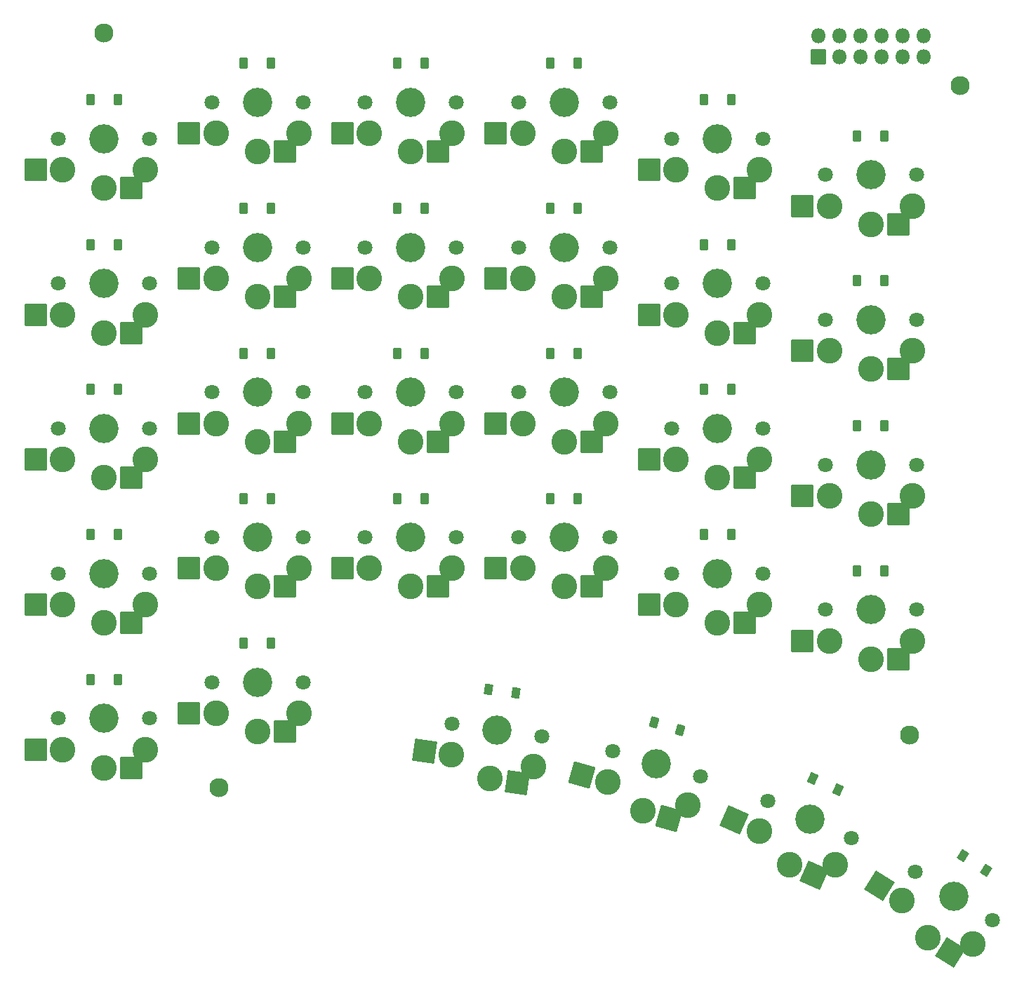
<source format=gbr>
%TF.GenerationSoftware,KiCad,Pcbnew,8.0.3*%
%TF.CreationDate,2024-06-13T00:20:47+02:00*%
%TF.ProjectId,protoeepyboard,70726f74-6f65-4657-9079-626f6172642e,1.0*%
%TF.SameCoordinates,Original*%
%TF.FileFunction,Soldermask,Bot*%
%TF.FilePolarity,Negative*%
%FSLAX46Y46*%
G04 Gerber Fmt 4.6, Leading zero omitted, Abs format (unit mm)*
G04 Created by KiCad (PCBNEW 8.0.3) date 2024-06-13 00:20:47*
%MOMM*%
%LPD*%
G01*
G04 APERTURE LIST*
G04 Aperture macros list*
%AMRoundRect*
0 Rectangle with rounded corners*
0 $1 Rounding radius*
0 $2 $3 $4 $5 $6 $7 $8 $9 X,Y pos of 4 corners*
0 Add a 4 corners polygon primitive as box body*
4,1,4,$2,$3,$4,$5,$6,$7,$8,$9,$2,$3,0*
0 Add four circle primitives for the rounded corners*
1,1,$1+$1,$2,$3*
1,1,$1+$1,$4,$5*
1,1,$1+$1,$6,$7*
1,1,$1+$1,$8,$9*
0 Add four rect primitives between the rounded corners*
20,1,$1+$1,$2,$3,$4,$5,0*
20,1,$1+$1,$4,$5,$6,$7,0*
20,1,$1+$1,$6,$7,$8,$9,0*
20,1,$1+$1,$8,$9,$2,$3,0*%
G04 Aperture macros list end*
%ADD10RoundRect,0.050000X0.450000X0.600000X-0.450000X0.600000X-0.450000X-0.600000X0.450000X-0.600000X0*%
%ADD11RoundRect,0.050000X1.300000X1.300000X-1.300000X1.300000X-1.300000X-1.300000X1.300000X-1.300000X0*%
%ADD12C,1.801800*%
%ADD13C,3.100000*%
%ADD14C,3.529000*%
%ADD15C,2.300000*%
%ADD16RoundRect,0.050000X0.655137X0.365096X-0.167053X0.731159X-0.655137X-0.365096X0.167053X-0.731159X0*%
%ADD17O,1.800000X1.800000*%
%ADD18RoundRect,0.050000X0.850000X-0.850000X0.850000X0.850000X-0.850000X0.850000X-0.850000X-0.850000X0*%
%ADD19RoundRect,0.050000X1.791358X0.413567X-0.413567X1.791358X-1.791358X-0.413567X0.413567X-1.791358X0*%
%ADD20RoundRect,0.050000X0.699573X0.270365X-0.063670X0.747293X-0.699573X-0.270365X0.063670X-0.747293X0*%
%ADD21RoundRect,0.050000X0.597950X0.452720X-0.267185X0.700794X-0.597950X-0.452720X0.267185X-0.700794X0*%
%ADD22RoundRect,0.050000X1.607969X0.891312X-0.891312X1.607969X-1.607969X-0.891312X0.891312X-1.607969X0*%
%ADD23RoundRect,0.050000X0.529124X0.531533X-0.362117X0.656789X-0.529124X-0.531533X0.362117X-0.656789X0*%
%ADD24RoundRect,0.050000X1.716367X0.658851X-0.658851X1.716367X-1.716367X-0.658851X0.658851X-1.716367X0*%
%ADD25RoundRect,0.050000X1.468274X1.106423X-1.106423X1.468274X-1.468274X-1.106423X1.106423X-1.468274X0*%
G04 APERTURE END LIST*
D10*
%TO.C,D23*%
X184175480Y-128090167D03*
X180875480Y-128090167D03*
%TD*%
%TO.C,D19*%
X165675484Y-123715163D03*
X162375484Y-123715163D03*
%TD*%
D11*
%TO.C,S24*%
X174250484Y-119040165D03*
X185800484Y-121240165D03*
D12*
X177025484Y-115290165D03*
D13*
X177525484Y-119040163D03*
D14*
X182525484Y-115290165D03*
D13*
X182525484Y-121240165D03*
X182525484Y-121240165D03*
X187525483Y-119040165D03*
D12*
X188025484Y-115290165D03*
%TD*%
D11*
%TO.C,S13*%
X118750479Y-92790168D03*
X130300479Y-94990168D03*
D12*
X121525479Y-89040168D03*
D13*
X122025479Y-92790166D03*
D14*
X127025479Y-89040168D03*
D13*
X127025479Y-94990168D03*
X127025479Y-94990168D03*
X132025478Y-92790168D03*
D12*
X132525479Y-89040168D03*
%TD*%
D10*
%TO.C,D21*%
X165675480Y-88715166D03*
X162375480Y-88715166D03*
%TD*%
D11*
%TO.C,S26*%
X174250483Y-84040161D03*
X185800483Y-86240161D03*
D12*
X177025483Y-80290161D03*
D13*
X177525483Y-84040159D03*
D14*
X182525483Y-80290161D03*
D13*
X182525483Y-86240161D03*
X182525483Y-86240161D03*
X187525482Y-84040161D03*
D12*
X188025483Y-80290161D03*
%TD*%
D11*
%TO.C,S14*%
X118750485Y-75290169D03*
X130300485Y-77490169D03*
D12*
X121525485Y-71540169D03*
D13*
X122025485Y-75290167D03*
D14*
X127025485Y-71540169D03*
D13*
X127025485Y-77490169D03*
X127025485Y-77490169D03*
X132025484Y-75290169D03*
D12*
X132525485Y-71540169D03*
%TD*%
D11*
%TO.C,S17*%
X137250478Y-92790166D03*
X148800478Y-94990166D03*
D12*
X140025478Y-89040166D03*
D13*
X140525478Y-92790164D03*
D14*
X145525478Y-89040166D03*
D13*
X145525478Y-94990166D03*
X145525478Y-94990166D03*
X150525477Y-92790166D03*
D12*
X151025478Y-89040166D03*
%TD*%
D10*
%TO.C,D11*%
X128675487Y-119340168D03*
X125375487Y-119340168D03*
%TD*%
%TO.C,D3*%
X91675480Y-106215168D03*
X88375480Y-106215168D03*
%TD*%
%TO.C,D15*%
X147175483Y-119340166D03*
X143875483Y-119340166D03*
%TD*%
%TO.C,D1*%
X91675486Y-141215163D03*
X88375486Y-141215163D03*
%TD*%
%TO.C,D5*%
X91675478Y-71215165D03*
X88375478Y-71215165D03*
%TD*%
%TO.C,D17*%
X147175482Y-84340166D03*
X143875482Y-84340166D03*
%TD*%
D11*
%TO.C,S20*%
X155750480Y-114665163D03*
X167300480Y-116865163D03*
D12*
X158525480Y-110915163D03*
D13*
X159025480Y-114665161D03*
D14*
X164025480Y-110915163D03*
D13*
X164025480Y-116865163D03*
X164025480Y-116865163D03*
X169025479Y-114665163D03*
D12*
X169525480Y-110915163D03*
%TD*%
D10*
%TO.C,D24*%
X184175481Y-110590164D03*
X180875481Y-110590164D03*
%TD*%
D15*
%TO.C,_2*%
X193275486Y-69540166D03*
%TD*%
D11*
%TO.C,S23*%
X174250484Y-136540170D03*
X185800484Y-138740170D03*
D12*
X177025484Y-132790170D03*
D13*
X177525484Y-136540168D03*
D14*
X182525484Y-132790170D03*
D13*
X182525484Y-138740170D03*
X182525484Y-138740170D03*
X187525483Y-136540170D03*
D12*
X188025484Y-132790170D03*
%TD*%
D10*
%TO.C,D4*%
X91675480Y-88715167D03*
X88375480Y-88715167D03*
%TD*%
D11*
%TO.C,S25*%
X174250483Y-101540165D03*
X185800483Y-103740165D03*
D12*
X177025483Y-97790165D03*
D13*
X177525483Y-101540163D03*
D14*
X182525483Y-97790165D03*
D13*
X182525483Y-103740165D03*
X182525483Y-103740165D03*
X187525482Y-101540165D03*
D12*
X188025483Y-97790165D03*
%TD*%
D15*
%TO.C,_1*%
X90025481Y-63165161D03*
%TD*%
D10*
%TO.C,D8*%
X110175484Y-101840164D03*
X106875484Y-101840164D03*
%TD*%
D11*
%TO.C,S18*%
X137250484Y-75290161D03*
X148800484Y-77490161D03*
D12*
X140025484Y-71540161D03*
D13*
X140525484Y-75290159D03*
D14*
X145525484Y-71540161D03*
D13*
X145525484Y-77490161D03*
X145525484Y-77490161D03*
X150525483Y-75290161D03*
D12*
X151025484Y-71540161D03*
%TD*%
D10*
%TO.C,D26*%
X184175481Y-75590168D03*
X180875481Y-75590168D03*
%TD*%
%TO.C,D13*%
X128675484Y-84340164D03*
X125375484Y-84340164D03*
%TD*%
D11*
%TO.C,S7*%
X100250484Y-127790168D03*
X111800484Y-129990168D03*
D12*
X103025484Y-124040168D03*
D13*
X103525484Y-127790166D03*
D14*
X108525484Y-124040168D03*
D13*
X108525484Y-129990168D03*
X108525484Y-129990168D03*
X113525483Y-127790168D03*
D12*
X114025484Y-124040168D03*
%TD*%
D11*
%TO.C,S1*%
X81750478Y-149665165D03*
X93300478Y-151865165D03*
D12*
X84525478Y-145915165D03*
D13*
X85025478Y-149665163D03*
D14*
X90025478Y-145915165D03*
D13*
X90025478Y-151865165D03*
X90025478Y-151865165D03*
X95025477Y-149665165D03*
D12*
X95525478Y-145915165D03*
%TD*%
D15*
%TO.C,_4*%
X187150479Y-147915166D03*
%TD*%
D11*
%TO.C,S8*%
X100250480Y-110290167D03*
X111800480Y-112490167D03*
D12*
X103025480Y-106540167D03*
D13*
X103525480Y-110290165D03*
D14*
X108525480Y-106540167D03*
D13*
X108525480Y-112490167D03*
X108525480Y-112490167D03*
X113525479Y-110290167D03*
D12*
X114025480Y-106540167D03*
%TD*%
D11*
%TO.C,S15*%
X137250482Y-127790168D03*
X148800482Y-129990168D03*
D12*
X140025482Y-124040168D03*
D13*
X140525482Y-127790166D03*
D14*
X145525482Y-124040168D03*
D13*
X145525482Y-129990168D03*
X145525482Y-129990168D03*
X150525481Y-127790168D03*
D12*
X151025482Y-124040168D03*
%TD*%
D11*
%TO.C,S10*%
X100250480Y-75290159D03*
X111800480Y-77490159D03*
D12*
X103025480Y-71540159D03*
D13*
X103525480Y-75290157D03*
D14*
X108525480Y-71540159D03*
D13*
X108525480Y-77490159D03*
X108525480Y-77490159D03*
X113525479Y-75290159D03*
D12*
X114025480Y-71540159D03*
%TD*%
D16*
%TO.C,D29*%
X178557039Y-154485401D03*
X175542339Y-153143171D03*
%TD*%
D10*
%TO.C,D16*%
X147175482Y-101840166D03*
X143875482Y-101840166D03*
%TD*%
D17*
%TO.C,J1*%
X188875486Y-63520162D03*
X188875483Y-66060162D03*
X186335486Y-63520162D03*
X186335486Y-66060162D03*
X183795486Y-63520162D03*
X183795486Y-66060162D03*
X181255486Y-63520162D03*
X181255486Y-66060164D03*
X178715486Y-63520162D03*
X178715486Y-66060162D03*
X176175486Y-63520162D03*
D18*
X176175486Y-66060162D03*
%TD*%
D11*
%TO.C,S6*%
X100250481Y-145290171D03*
X111800481Y-147490171D03*
D12*
X103025481Y-141540171D03*
D13*
X103525481Y-145290169D03*
D14*
X108525481Y-141540171D03*
D13*
X108525481Y-147490171D03*
X108525481Y-147490171D03*
X113525480Y-145290171D03*
D12*
X114025481Y-141540171D03*
%TD*%
D10*
%TO.C,D2*%
X91675486Y-123715164D03*
X88375486Y-123715164D03*
%TD*%
D19*
%TO.C,S30*%
X183505814Y-166140219D03*
X192134945Y-174126491D03*
D12*
X187846346Y-164430566D03*
D13*
X186283171Y-167875706D03*
D14*
X192510609Y-167345122D03*
D13*
X189357589Y-172391008D03*
X189357589Y-172391008D03*
X194763652Y-173174899D03*
D12*
X197174872Y-170259678D03*
%TD*%
D11*
%TO.C,S5*%
X81750481Y-79665166D03*
X93300481Y-81865166D03*
D12*
X84525481Y-75915166D03*
D13*
X85025481Y-79665164D03*
D14*
X90025481Y-75915166D03*
D13*
X90025481Y-81865166D03*
X90025481Y-81865166D03*
X95025480Y-79665166D03*
D12*
X95525481Y-75915166D03*
%TD*%
D11*
%TO.C,S16*%
X137250480Y-110290168D03*
X148800480Y-112490168D03*
D12*
X140025480Y-106540168D03*
D13*
X140525480Y-110290166D03*
D14*
X145525480Y-106540168D03*
D13*
X145525480Y-112490168D03*
X145525480Y-112490168D03*
X150525479Y-110290168D03*
D12*
X151025480Y-106540168D03*
%TD*%
D10*
%TO.C,D14*%
X128675483Y-66840168D03*
X125375483Y-66840168D03*
%TD*%
D11*
%TO.C,S12*%
X118750485Y-110290165D03*
X130300485Y-112490165D03*
D12*
X121525485Y-106540165D03*
D13*
X122025485Y-110290163D03*
D14*
X127025485Y-106540165D03*
D13*
X127025485Y-112490165D03*
X127025485Y-112490165D03*
X132025484Y-110290165D03*
D12*
X132525485Y-106540165D03*
%TD*%
D11*
%TO.C,S2*%
X81750480Y-132165169D03*
X93300480Y-134365169D03*
D12*
X84525480Y-128415169D03*
D13*
X85025480Y-132165167D03*
D14*
X90025480Y-128415169D03*
D13*
X90025480Y-134365169D03*
X90025480Y-134365169D03*
X95025479Y-132165169D03*
D12*
X95525480Y-128415169D03*
%TD*%
D20*
%TO.C,D30*%
X196400513Y-164233664D03*
X193601955Y-162484930D03*
%TD*%
D11*
%TO.C,S9*%
X100250484Y-92790164D03*
X111800484Y-94990164D03*
D12*
X103025484Y-89040164D03*
D13*
X103525484Y-92790162D03*
D14*
X108525484Y-89040164D03*
D13*
X108525484Y-94990164D03*
X108525484Y-94990164D03*
X113525483Y-92790164D03*
D12*
X114025484Y-89040164D03*
%TD*%
D10*
%TO.C,D25*%
X184175488Y-93090164D03*
X180875488Y-93090164D03*
%TD*%
D11*
%TO.C,S22*%
X155750483Y-79665169D03*
X167300483Y-81865169D03*
D12*
X158525483Y-75915169D03*
D13*
X159025483Y-79665167D03*
D14*
X164025483Y-75915169D03*
D13*
X164025483Y-81865169D03*
X164025483Y-81865169D03*
X169025482Y-79665169D03*
D12*
X169525483Y-75915169D03*
%TD*%
D10*
%TO.C,D7*%
X110175484Y-119340161D03*
X106875484Y-119340161D03*
%TD*%
D11*
%TO.C,S11*%
X118750483Y-127790165D03*
X130300483Y-129990165D03*
D12*
X121525483Y-124040165D03*
D13*
X122025483Y-127790163D03*
D14*
X127025483Y-124040165D03*
D13*
X127025483Y-129990165D03*
X127025483Y-129990165D03*
X132025482Y-127790165D03*
D12*
X132525483Y-124040165D03*
%TD*%
D10*
%TO.C,D10*%
X110175482Y-66840170D03*
X106875482Y-66840170D03*
%TD*%
D11*
%TO.C,S19*%
X155750483Y-132165168D03*
X167300483Y-134365168D03*
D12*
X158525483Y-128415168D03*
D13*
X159025483Y-132165166D03*
D14*
X164025483Y-128415168D03*
D13*
X164025483Y-134365168D03*
X164025483Y-134365168D03*
X169025482Y-132165168D03*
D12*
X169525483Y-128415168D03*
%TD*%
D21*
%TO.C,D28*%
X159530516Y-147315349D03*
X156358352Y-146405745D03*
%TD*%
D11*
%TO.C,S21*%
X155750482Y-97165169D03*
X167300482Y-99365169D03*
D12*
X158525482Y-93415169D03*
D13*
X159025482Y-97165167D03*
D14*
X164025482Y-93415169D03*
D13*
X164025482Y-99365169D03*
X164025482Y-99365169D03*
X169025481Y-97165169D03*
D12*
X169525482Y-93415169D03*
%TD*%
D22*
%TO.C,S28*%
X147660859Y-152702301D03*
X158157030Y-158000688D03*
D12*
X151362001Y-149862464D03*
D13*
X150808991Y-153605015D03*
D14*
X156648940Y-151378469D03*
D13*
X155008898Y-157097976D03*
X155008898Y-157097976D03*
X160421607Y-156361387D03*
D12*
X161935879Y-152894474D03*
%TD*%
D23*
%TO.C,D27*%
X139691285Y-142863045D03*
X136423401Y-142403773D03*
%TD*%
D10*
%TO.C,D18*%
X147175486Y-66840168D03*
X143875486Y-66840168D03*
%TD*%
%TO.C,D6*%
X110175485Y-136840169D03*
X106875485Y-136840169D03*
%TD*%
D15*
%TO.C,_3*%
X103900485Y-154290168D03*
%TD*%
D10*
%TO.C,D9*%
X110175480Y-84340167D03*
X106875480Y-84340167D03*
%TD*%
%TO.C,D22*%
X165675483Y-71215161D03*
X162375483Y-71215161D03*
%TD*%
D11*
%TO.C,S4*%
X81750487Y-97165169D03*
X93300487Y-99365169D03*
D12*
X84525487Y-93415169D03*
D13*
X85025487Y-97165167D03*
D14*
X90025487Y-93415169D03*
D13*
X90025487Y-99365169D03*
X90025487Y-99365169D03*
X95025486Y-97165169D03*
D12*
X95525487Y-93415169D03*
%TD*%
D11*
%TO.C,S3*%
X81750478Y-114665165D03*
X93300478Y-116865165D03*
D12*
X84525478Y-110915165D03*
D13*
X85025478Y-114665163D03*
D14*
X90025478Y-110915165D03*
D13*
X90025478Y-116865165D03*
X90025478Y-116865165D03*
X95025477Y-114665165D03*
D12*
X95525478Y-110915165D03*
%TD*%
D24*
%TO.C,S29*%
X166053172Y-158167994D03*
X175709799Y-164875602D03*
D12*
X170113523Y-155870894D03*
D13*
X169045033Y-159500058D03*
D14*
X175138023Y-158107946D03*
D13*
X172717940Y-163543541D03*
X172717940Y-163543541D03*
X178180487Y-163567424D03*
D12*
X180162523Y-160344998D03*
%TD*%
D10*
%TO.C,D12*%
X128675479Y-101840165D03*
X125375479Y-101840165D03*
%TD*%
D25*
%TO.C,S27*%
X128686861Y-149849520D03*
X139818276Y-153635559D03*
D12*
X131956754Y-146522220D03*
D13*
X131929990Y-150305312D03*
D14*
X137403228Y-147287672D03*
D13*
X136575148Y-153179767D03*
X136575148Y-153179767D03*
X141832668Y-151697043D03*
D12*
X142849702Y-148053124D03*
%TD*%
D10*
%TO.C,D20*%
X165675482Y-106215167D03*
X162375482Y-106215167D03*
%TD*%
M02*

</source>
